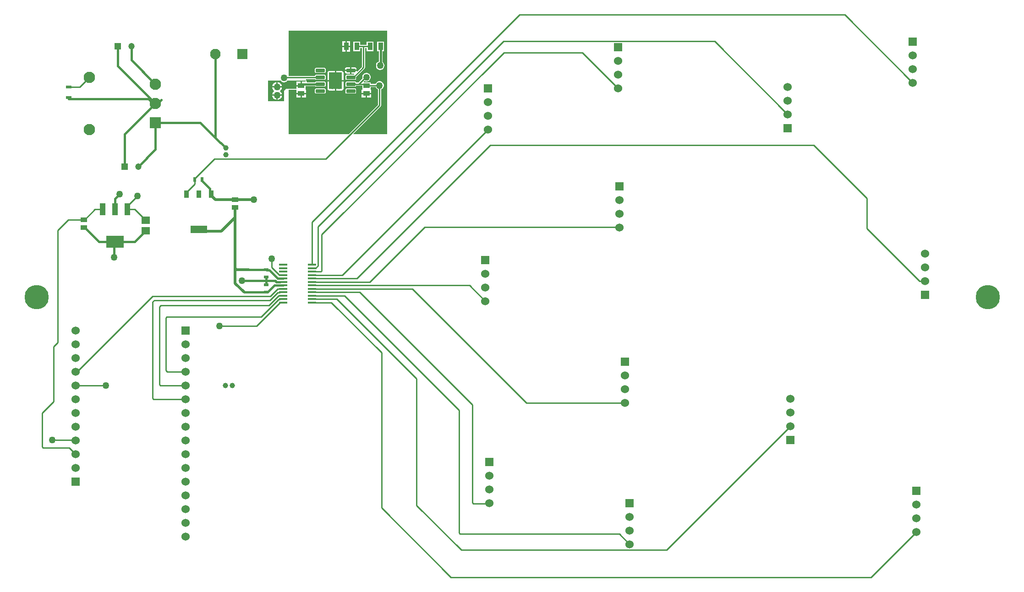
<source format=gtl>
G04*
G04 #@! TF.GenerationSoftware,Altium Limited,Altium Designer,24.7.2 (38)*
G04*
G04 Layer_Physical_Order=1*
G04 Layer_Color=255*
%FSLAX44Y44*%
%MOMM*%
G71*
G04*
G04 #@! TF.SameCoordinates,47DF3F7B-CD24-4F9F-A129-F279A797EA3D*
G04*
G04*
G04 #@! TF.FilePolarity,Positive*
G04*
G01*
G75*
%ADD12C,0.2540*%
%ADD18R,1.2621X0.9578*%
%ADD19R,1.5000X1.4000*%
%ADD20R,1.0000X2.2000*%
%ADD21R,3.3000X2.2000*%
%ADD22R,0.9500X1.4500*%
G04:AMPARAMS|DCode=23|XSize=0.65mm|YSize=1.65mm|CornerRadius=0.0488mm|HoleSize=0mm|Usage=FLASHONLY|Rotation=90.000|XOffset=0mm|YOffset=0mm|HoleType=Round|Shape=RoundedRectangle|*
%AMROUNDEDRECTD23*
21,1,0.6500,1.5525,0,0,90.0*
21,1,0.5525,1.6500,0,0,90.0*
1,1,0.0975,0.7763,0.2763*
1,1,0.0975,0.7763,-0.2763*
1,1,0.0975,-0.7763,-0.2763*
1,1,0.0975,-0.7763,0.2763*
%
%ADD23ROUNDEDRECTD23*%
G04:AMPARAMS|DCode=24|XSize=2.4mm|YSize=3.1mm|CornerRadius=0.048mm|HoleSize=0mm|Usage=FLASHONLY|Rotation=0.000|XOffset=0mm|YOffset=0mm|HoleType=Round|Shape=RoundedRectangle|*
%AMROUNDEDRECTD24*
21,1,2.4000,3.0040,0,0,0.0*
21,1,2.3040,3.1000,0,0,0.0*
1,1,0.0960,1.1520,-1.5020*
1,1,0.0960,-1.1520,-1.5020*
1,1,0.0960,-1.1520,1.5020*
1,1,0.0960,1.1520,1.5020*
%
%ADD24ROUNDEDRECTD24*%
%ADD25R,1.0500X0.6000*%
%ADD26O,1.6000X0.3600*%
%ADD27R,1.6000X0.3600*%
%ADD28R,0.8890X1.4732*%
%ADD29R,3.1496X1.4732*%
%ADD45R,1.2000X1.2000*%
%ADD46C,1.2000*%
%ADD52R,0.9000X0.6000*%
%ADD53R,0.6000X0.9000*%
%ADD54C,0.3810*%
%ADD55C,0.5080*%
%ADD56C,1.9500*%
%ADD57R,1.9500X1.9500*%
%ADD58C,1.0000*%
%ADD59C,1.5240*%
%ADD60R,1.5240X1.5240*%
%ADD61C,4.5000*%
%ADD62C,1.5300*%
%ADD63R,1.5300X1.5300*%
%ADD64R,2.1000X2.1000*%
%ADD65C,2.1000*%
%ADD66C,1.2700*%
%ADD67C,0.5000*%
G36*
X2341880Y4425950D02*
X2280258D01*
X2279772Y4427123D01*
X2329924Y4477276D01*
X2329924Y4477276D01*
X2330542Y4478200D01*
X2330759Y4479290D01*
X2330759Y4479290D01*
Y4508731D01*
X2330949Y4508783D01*
X2332745Y4509819D01*
X2334211Y4511285D01*
X2335247Y4513081D01*
X2335784Y4515083D01*
Y4517157D01*
X2335247Y4519159D01*
X2334211Y4520955D01*
X2332745Y4522421D01*
X2330949Y4523457D01*
X2328947Y4523994D01*
X2326873D01*
X2324871Y4523457D01*
X2323075Y4522421D01*
X2321609Y4520955D01*
X2320573Y4519159D01*
X2320522Y4518969D01*
X2311615D01*
Y4522085D01*
X2298923D01*
X2298437Y4523258D01*
X2299765Y4524586D01*
X2300741Y4524023D01*
X2302743Y4523486D01*
X2304817D01*
X2306819Y4524023D01*
X2308615Y4525059D01*
X2310081Y4526525D01*
X2311117Y4528321D01*
X2311654Y4530323D01*
Y4532397D01*
X2311117Y4534399D01*
X2310081Y4536195D01*
X2308615Y4537661D01*
X2306819Y4538698D01*
X2304817Y4539234D01*
X2302743D01*
X2300741Y4538698D01*
X2298945Y4537661D01*
X2297479Y4536195D01*
X2296443Y4534399D01*
X2295906Y4532397D01*
Y4530323D01*
X2296231Y4529110D01*
X2288630Y4521509D01*
X2284676D01*
X2284537Y4522207D01*
X2284093Y4522873D01*
X2283427Y4523317D01*
X2282643Y4523474D01*
X2267117D01*
X2266333Y4523317D01*
X2265667Y4522873D01*
X2265223Y4522207D01*
X2265067Y4521422D01*
Y4515898D01*
X2265223Y4515113D01*
X2265667Y4514447D01*
X2266333Y4514003D01*
X2267117Y4513847D01*
X2282643D01*
X2283427Y4514003D01*
X2284093Y4514447D01*
X2284537Y4515113D01*
X2284676Y4515811D01*
X2289810D01*
X2289810Y4515811D01*
X2289810Y4515811D01*
X2295945D01*
Y4509827D01*
X2295945Y4509459D01*
X2295057Y4508557D01*
X2294929D01*
Y4502498D01*
X2303780D01*
X2312631D01*
Y4508557D01*
X2312503D01*
X2311615Y4509459D01*
X2311615Y4509827D01*
Y4513271D01*
X2320522D01*
X2320573Y4513081D01*
X2321609Y4511285D01*
X2323075Y4509819D01*
X2324871Y4508783D01*
X2325061Y4508731D01*
Y4480470D01*
X2270541Y4425950D01*
X2160270D01*
Y4508120D01*
X2173051D01*
X2174279Y4507951D01*
Y4502498D01*
X2183130D01*
X2191981D01*
Y4508557D01*
X2191853D01*
X2190965Y4509459D01*
Y4515164D01*
X2208712D01*
X2208723Y4515113D01*
X2209167Y4514447D01*
X2209833Y4514003D01*
X2210618Y4513847D01*
X2226142D01*
X2226927Y4514003D01*
X2227593Y4514447D01*
X2228037Y4515113D01*
X2228193Y4515898D01*
Y4521422D01*
X2228037Y4522207D01*
X2227593Y4522873D01*
X2226927Y4523317D01*
X2226142Y4523474D01*
X2210618D01*
X2209833Y4523317D01*
X2209167Y4522873D01*
X2208723Y4522207D01*
X2208712Y4522156D01*
X2193681D01*
X2192891Y4523426D01*
X2192997Y4523640D01*
X2193015Y4523915D01*
X2193153Y4524153D01*
X2193055Y4524521D01*
X2193080Y4524900D01*
X2192899Y4525107D01*
X2192828Y4525373D01*
X2192339Y4526013D01*
X2192239Y4526070D01*
X2192195Y4526176D01*
X2191705Y4526379D01*
X2191246Y4526645D01*
X2192425Y4527876D01*
X2208710D01*
X2208723Y4527813D01*
X2209167Y4527147D01*
X2209833Y4526703D01*
X2210618Y4526547D01*
X2226142D01*
X2226927Y4526703D01*
X2227593Y4527147D01*
X2228037Y4527813D01*
X2228193Y4528597D01*
Y4534123D01*
X2228037Y4534907D01*
X2227593Y4535573D01*
X2226927Y4536017D01*
X2226142Y4536173D01*
X2210618D01*
X2209833Y4536017D01*
X2209167Y4535573D01*
X2208723Y4534907D01*
X2208567Y4534123D01*
Y4533574D01*
X2160270D01*
Y4617720D01*
X2341880D01*
Y4425950D01*
D02*
G37*
G36*
X2191518Y4524371D02*
X2190891Y4523101D01*
X2184400D01*
Y4515772D01*
X2183130D01*
Y4514502D01*
X2174279D01*
Y4509770D01*
X2155190D01*
X2151380Y4505960D01*
Y4486910D01*
X2122170D01*
Y4525010D01*
X2145325D01*
X2146545Y4523789D01*
X2148341Y4522753D01*
X2150343Y4522216D01*
X2152417D01*
X2154419Y4522753D01*
X2156215Y4523789D01*
X2157435Y4525010D01*
X2191029D01*
X2191518Y4524371D01*
D02*
G37*
%LPC*%
G36*
X2316814Y4597284D02*
X2304266D01*
Y4591359D01*
X2292274D01*
Y4597284D01*
X2279726D01*
Y4579736D01*
X2292274D01*
Y4585661D01*
X2295421D01*
Y4550930D01*
X2286999Y4542508D01*
X2286319Y4542790D01*
X2276150D01*
Y4538211D01*
X2280808D01*
X2281286Y4537098D01*
X2280540Y4536173D01*
X2267117D01*
X2266333Y4536017D01*
X2265667Y4535573D01*
X2265223Y4534907D01*
X2265067Y4534123D01*
Y4528597D01*
X2265223Y4527813D01*
X2265667Y4527147D01*
X2266333Y4526703D01*
X2267117Y4526547D01*
X2282643D01*
X2283427Y4526703D01*
X2284093Y4527147D01*
X2284537Y4527813D01*
X2284693Y4528597D01*
Y4532145D01*
X2300284Y4547736D01*
X2300284Y4547736D01*
X2300902Y4548660D01*
X2301119Y4549750D01*
X2301119Y4549750D01*
Y4585661D01*
X2304266D01*
Y4579736D01*
X2316814D01*
Y4597284D01*
D02*
G37*
G36*
X2273790Y4598300D02*
X2267770D01*
Y4589780D01*
X2273790D01*
Y4598300D01*
D02*
G37*
G36*
X2265230D02*
X2259210D01*
Y4589780D01*
X2265230D01*
Y4598300D01*
D02*
G37*
G36*
X2273790Y4587240D02*
X2267770D01*
Y4578720D01*
X2273790D01*
Y4587240D01*
D02*
G37*
G36*
X2265230D02*
X2259210D01*
Y4578720D01*
X2265230D01*
Y4587240D01*
D02*
G37*
G36*
X2282643Y4549909D02*
X2276150D01*
Y4545330D01*
X2285729D01*
Y4546823D01*
X2285494Y4548004D01*
X2284825Y4549005D01*
X2283824Y4549674D01*
X2282643Y4549909D01*
D02*
G37*
G36*
X2273610D02*
X2267117D01*
X2265936Y4549674D01*
X2264935Y4549005D01*
X2264266Y4548004D01*
X2264031Y4546823D01*
Y4545330D01*
X2273610D01*
Y4549909D01*
D02*
G37*
G36*
X2336314Y4597284D02*
X2323766D01*
Y4579736D01*
X2326544D01*
Y4560396D01*
X2326141Y4560287D01*
X2324345Y4559251D01*
X2322879Y4557785D01*
X2321843Y4555989D01*
X2321306Y4553987D01*
Y4551913D01*
X2321843Y4549911D01*
X2322879Y4548115D01*
X2324345Y4546649D01*
X2326141Y4545612D01*
X2328143Y4545076D01*
X2330217D01*
X2332219Y4545612D01*
X2334015Y4546649D01*
X2335481Y4548115D01*
X2336517Y4549911D01*
X2337054Y4551913D01*
Y4553987D01*
X2336517Y4555989D01*
X2335481Y4557785D01*
X2334015Y4559251D01*
X2333536Y4559527D01*
Y4579736D01*
X2336314D01*
Y4597284D01*
D02*
G37*
G36*
X2226142Y4548873D02*
X2210618D01*
X2209833Y4548717D01*
X2209167Y4548273D01*
X2208723Y4547607D01*
X2208567Y4546823D01*
Y4541298D01*
X2208723Y4540513D01*
X2209167Y4539847D01*
X2209833Y4539403D01*
X2210618Y4539247D01*
X2226142D01*
X2226927Y4539403D01*
X2227593Y4539847D01*
X2228037Y4540513D01*
X2228193Y4541298D01*
Y4546823D01*
X2228037Y4547607D01*
X2227593Y4548273D01*
X2226927Y4548717D01*
X2226142Y4548873D01*
D02*
G37*
G36*
X2273610Y4542790D02*
X2264031D01*
Y4541298D01*
X2264266Y4540116D01*
X2264935Y4539115D01*
X2265936Y4538446D01*
X2267117Y4538211D01*
X2273610D01*
Y4542790D01*
D02*
G37*
G36*
X2258150Y4543109D02*
X2247900D01*
Y4526280D01*
X2261229D01*
Y4540030D01*
X2260995Y4541208D01*
X2260327Y4542207D01*
X2259328Y4542875D01*
X2258150Y4543109D01*
D02*
G37*
G36*
X2245360D02*
X2235110D01*
X2233932Y4542875D01*
X2232933Y4542207D01*
X2232265Y4541208D01*
X2232031Y4540030D01*
Y4526280D01*
X2245360D01*
Y4543109D01*
D02*
G37*
G36*
X2261229Y4523740D02*
X2247900D01*
Y4506911D01*
X2258150D01*
X2259328Y4507145D01*
X2260327Y4507813D01*
X2260995Y4508812D01*
X2261229Y4509990D01*
Y4523740D01*
D02*
G37*
G36*
X2245360D02*
X2232031D01*
Y4509990D01*
X2232265Y4508812D01*
X2232933Y4507813D01*
X2233932Y4507145D01*
X2235110Y4506911D01*
X2245360D01*
Y4523740D01*
D02*
G37*
G36*
X2282643Y4510773D02*
X2267117D01*
X2266333Y4510617D01*
X2265667Y4510173D01*
X2265223Y4509507D01*
X2265067Y4508723D01*
Y4503198D01*
X2265223Y4502413D01*
X2265667Y4501747D01*
X2266333Y4501303D01*
X2267117Y4501147D01*
X2282643D01*
X2283427Y4501303D01*
X2284093Y4501747D01*
X2284537Y4502413D01*
X2284693Y4503198D01*
Y4508723D01*
X2284537Y4509507D01*
X2284093Y4510173D01*
X2283427Y4510617D01*
X2282643Y4510773D01*
D02*
G37*
G36*
X2226142D02*
X2210618D01*
X2209833Y4510617D01*
X2209167Y4510173D01*
X2208723Y4509507D01*
X2208567Y4508723D01*
Y4503198D01*
X2208723Y4502413D01*
X2209167Y4501747D01*
X2209833Y4501303D01*
X2210618Y4501147D01*
X2226142D01*
X2226927Y4501303D01*
X2227593Y4501747D01*
X2228037Y4502413D01*
X2228193Y4503198D01*
Y4508723D01*
X2228037Y4509507D01*
X2227593Y4510173D01*
X2226927Y4510617D01*
X2226142Y4510773D01*
D02*
G37*
G36*
X2312631Y4499958D02*
X2305050D01*
Y4493899D01*
X2312631D01*
Y4499958D01*
D02*
G37*
G36*
X2302510D02*
X2294929D01*
Y4493899D01*
X2302510D01*
Y4499958D01*
D02*
G37*
G36*
X2191981D02*
X2184400D01*
Y4493899D01*
X2191981D01*
Y4499958D01*
D02*
G37*
G36*
X2181860D02*
X2174279D01*
Y4493899D01*
X2181860D01*
Y4499958D01*
D02*
G37*
G36*
X2181860Y4523101D02*
X2174279D01*
Y4517042D01*
X2181860D01*
Y4523101D01*
D02*
G37*
G36*
X2139950Y4522443D02*
Y4514850D01*
X2147543D01*
X2146964Y4517011D01*
X2145794Y4519039D01*
X2144139Y4520694D01*
X2142111Y4521864D01*
X2139950Y4522443D01*
D02*
G37*
G36*
X2137410D02*
X2135249Y4521864D01*
X2133221Y4520694D01*
X2131566Y4519039D01*
X2130396Y4517011D01*
X2129817Y4514850D01*
X2137410D01*
Y4522443D01*
D02*
G37*
G36*
X2147543Y4512310D02*
X2129817D01*
X2130396Y4510149D01*
X2131566Y4508121D01*
X2132934Y4506754D01*
X2133109Y4505960D01*
X2132934Y4505166D01*
X2131566Y4503799D01*
X2130396Y4501772D01*
X2129817Y4499610D01*
X2147543D01*
X2146964Y4501772D01*
X2145794Y4503799D01*
X2144426Y4505166D01*
X2144251Y4505960D01*
X2144426Y4506754D01*
X2145794Y4508121D01*
X2146964Y4510149D01*
X2147543Y4512310D01*
D02*
G37*
G36*
Y4497070D02*
X2139950D01*
Y4489477D01*
X2142111Y4490056D01*
X2144139Y4491226D01*
X2145794Y4492881D01*
X2146964Y4494909D01*
X2147543Y4497070D01*
D02*
G37*
G36*
X2137410D02*
X2129817D01*
X2130396Y4494909D01*
X2131566Y4492881D01*
X2133221Y4491226D01*
X2135249Y4490056D01*
X2137410Y4489477D01*
Y4497070D01*
D02*
G37*
%LPD*%
D12*
X1704340Y3847962D02*
X1705828Y3846475D01*
X1754225D01*
X1704340Y3847962D02*
Y3910167D01*
X1725930Y3931757D01*
X1733215Y4040525D02*
Y4248518D01*
X1725930Y4033240D02*
X1733215Y4040525D01*
Y4248518D02*
X1752818Y4268122D01*
X1725930Y3931757D02*
Y4033240D01*
X1754225Y3846475D02*
X1766570Y3834130D01*
X1752818Y4268122D02*
X1781810D01*
X1722755Y3860165D02*
X1765935D01*
X1880570Y4311650D02*
X1880870D01*
X1861960Y4287040D02*
Y4293040D01*
X1880570Y4311650D01*
X1861960Y4287040D02*
X1875110D01*
X1895610Y4266540D01*
X1896110D01*
X1781810Y4268122D02*
X1783332D01*
X1802250Y4287040D01*
X1815960D01*
X2327910Y4479290D02*
Y4516120D01*
X2022906Y4380256D02*
X2228876D01*
X1986280Y4343630D02*
X2022906Y4380256D01*
X1986280Y4342130D02*
Y4343630D01*
X2228876Y4380256D02*
X2327910Y4479290D01*
X1971040Y4315460D02*
Y4318381D01*
X1986280Y4333621D02*
Y4342130D01*
X1971040Y4318381D02*
X1986280Y4333621D01*
X2304128Y4516120D02*
X2327910D01*
X2303780Y4515772D02*
X2304128Y4516120D01*
X2289810Y4518660D02*
X2300892D01*
X2289810D02*
X2302510Y4531360D01*
X2303780D01*
X2274880Y4518660D02*
X2289810D01*
X2300892D02*
X2303780Y4515772D01*
X2298270Y4588510D02*
X2310540D01*
X2286000D02*
X2298270D01*
X2279880Y4531360D02*
X2298270Y4549750D01*
Y4588510D01*
X2274880Y4531360D02*
X2279880D01*
X2152015Y4530725D02*
X2217745D01*
X2151380Y4530090D02*
X2152015Y4530725D01*
X2217745D02*
X2218380Y4531360D01*
X3337560Y4154170D02*
X3338830Y4152900D01*
X3336290Y4154170D02*
X3337560D01*
X3326130D02*
X3336290D01*
X3228340Y4251960D02*
X3326130Y4154170D01*
X3228340Y4251960D02*
Y4307840D01*
X3130550Y4405630D02*
X3228340Y4307840D01*
X2203210Y4114740D02*
X2239070D01*
X2331665Y4022144D01*
Y3735125D02*
Y4022144D01*
X2249220Y4121100D02*
X2396490Y3973830D01*
X2203210Y4121100D02*
X2249220D01*
X2396490Y3739701D02*
Y3973830D01*
Y3739701D02*
X2478844Y3657346D01*
X2476718Y3686864D02*
X2771086D01*
X2475230Y3688352D02*
Y3915410D01*
X2263180Y4127460D02*
X2475230Y3915410D01*
Y3688352D02*
X2476718Y3686864D01*
X2478844Y3657346D02*
X2858516D01*
X3087370Y3886200D01*
X2499360Y3744178D02*
Y3925570D01*
Y3744178D02*
X2500848Y3742690D01*
X2529840D01*
X2531110Y3743960D01*
X2331665Y3735125D02*
X2459990Y3606800D01*
X3235974D02*
X3319840Y3690666D01*
X2459990Y3606800D02*
X3235974D01*
X2203210Y4127460D02*
X2263180D01*
X2203210Y4133820D02*
X2291110D01*
X2499360Y3925570D01*
X2771086Y3686864D02*
X2790190Y3667760D01*
X2388482Y4140180D02*
X2599282Y3929380D01*
X2203210Y4140180D02*
X2388482D01*
X2599282Y3929380D02*
X2781300D01*
X2494290Y4146540D02*
X2523490Y4117340D01*
X2203210Y4146540D02*
X2494290D01*
X2769975Y4254500D02*
X2771200Y4253275D01*
X2411730Y4254500D02*
X2769975D01*
X2310130Y4152900D02*
X2411730Y4254500D01*
X2203210Y4152900D02*
X2310130D01*
X2532380Y4405630D02*
X3130550D01*
X2286010Y4159260D02*
X2532380Y4405630D01*
X2203210Y4159260D02*
X2286010D01*
X2221230Y4173468D02*
Y4240530D01*
X2203210Y4171980D02*
X2219742D01*
X2221230Y4173468D01*
X2702665Y4577080D02*
X2768660Y4511086D01*
X2221230Y4240530D02*
X2557780Y4577080D01*
X2702665D01*
X2214004Y4254894D02*
X2556810Y4597700D01*
X2214004Y4182797D02*
Y4254894D01*
X2209547Y4178340D02*
X2214004Y4182797D01*
X2203210Y4178340D02*
X2209547D01*
X2556810Y4597700D02*
X2947371D01*
X2259350Y4165620D02*
X2528570Y4434840D01*
X2203210Y4165620D02*
X2259350D01*
X2947371Y4597700D02*
X3082290Y4462780D01*
X2203210Y4263150D02*
X2586990Y4646930D01*
X3187700D01*
X2203210Y4184700D02*
Y4263150D01*
X3187700Y4646930D02*
X3313430Y4521200D01*
X2139661Y4139977D02*
X2149907D01*
X2125901Y4126218D02*
X2139661Y4139977D01*
X2149907D02*
X2150110Y4140180D01*
X1774210Y4513580D02*
X1791980Y4531350D01*
X1751915Y4513580D02*
X1774210D01*
X2128520Y4179436D02*
X2142134Y4165822D01*
X2128520Y4179436D02*
Y4196080D01*
X2149907Y4165822D02*
X2150110Y4165620D01*
X2142134Y4165822D02*
X2149907D01*
X1935698Y3986530D02*
X1969770D01*
X1932940Y3989288D02*
X1935698Y3986530D01*
X1932940Y3989288D02*
Y4086642D01*
X1934428Y4088130D01*
X2109366D01*
X2141586Y4120350D01*
X2142873D01*
X2143623Y4121100D01*
X2150110D01*
X1922998Y3961130D02*
X1969770D01*
X1921510Y3962618D02*
X1922998Y3961130D01*
X1921510Y3962618D02*
Y4107180D01*
X1923585Y4109255D01*
X2123307D01*
X2141309Y4127257D01*
X2149907D01*
X2150110Y4127460D01*
X1766570Y3986530D02*
X1769135D01*
X1908822Y4126218D01*
X2125901D01*
X1766570Y3961130D02*
X1822450D01*
X2032000Y4071620D02*
X2100790D01*
X2143910Y4114740D01*
X2150110D01*
X1765935Y3860165D02*
X1766570Y3859530D01*
X1910298Y3935730D02*
X1969770D01*
X1908810Y3937218D02*
X1910298Y3935730D01*
X1908810Y3937218D02*
Y4115852D01*
X1911520Y4118562D01*
X2125430D01*
X2139938Y4133070D01*
X2142873D01*
X2143623Y4133820D01*
X2150110D01*
D18*
X1781810Y4268122D02*
D03*
Y4253578D02*
D03*
X2303780Y4501228D02*
D03*
Y4515772D02*
D03*
X2183130D02*
D03*
Y4501228D02*
D03*
X2061210Y4304952D02*
D03*
Y4290408D02*
D03*
D19*
X1896110Y4247540D02*
D03*
Y4266540D02*
D03*
D20*
X1861960Y4287040D02*
D03*
X1838960D02*
D03*
X1815960D02*
D03*
D21*
X1838960Y4227040D02*
D03*
D22*
X2330040Y4588510D02*
D03*
X2310540D02*
D03*
X2286000D02*
D03*
X2266500D02*
D03*
D23*
X2274880Y4505960D02*
D03*
Y4518660D02*
D03*
Y4531360D02*
D03*
Y4544060D02*
D03*
X2218380Y4505960D02*
D03*
Y4518660D02*
D03*
Y4531360D02*
D03*
Y4544060D02*
D03*
D24*
X2246630Y4525010D02*
D03*
D25*
X1753870Y4512920D02*
D03*
Y4493920D02*
D03*
D26*
X2150110Y4184700D02*
D03*
Y4178340D02*
D03*
Y4171980D02*
D03*
Y4165620D02*
D03*
Y4159260D02*
D03*
Y4152900D02*
D03*
Y4146540D02*
D03*
Y4140180D02*
D03*
Y4133820D02*
D03*
Y4127460D02*
D03*
Y4121100D02*
D03*
Y4114740D02*
D03*
X2203210Y4184700D02*
D03*
Y4178340D02*
D03*
Y4171980D02*
D03*
Y4165620D02*
D03*
Y4159260D02*
D03*
Y4152900D02*
D03*
Y4146540D02*
D03*
Y4140180D02*
D03*
Y4133820D02*
D03*
Y4127460D02*
D03*
Y4121100D02*
D03*
D27*
Y4114740D02*
D03*
D28*
X2017040Y4315460D02*
D03*
X1994040D02*
D03*
X1971040D02*
D03*
D29*
X1994040Y4250182D02*
D03*
D45*
X1856940Y4366260D02*
D03*
X1844440Y4588510D02*
D03*
D46*
X1881940Y4366260D02*
D03*
X1869440Y4588510D02*
D03*
D52*
X2118360Y4133850D02*
D03*
Y4147820D02*
D03*
Y4175760D02*
D03*
Y4161790D02*
D03*
D53*
X2000250Y4342130D02*
D03*
X1986280D02*
D03*
D54*
X1838960Y4287040D02*
Y4306570D01*
X1847850Y4315460D01*
X1837690Y4198620D02*
Y4225770D01*
X1838960Y4227040D01*
X1781810Y4253578D02*
X1783332D01*
X1809870Y4227040D02*
X1838960D01*
X1783332Y4253578D02*
X1809870Y4227040D01*
X1895610Y4247540D02*
X1896110D01*
X1875110Y4227040D02*
X1895610Y4247540D01*
X1838960Y4227040D02*
X1875110D01*
X1996680Y4447500D02*
X2024780Y4419400D01*
Y4574540D01*
Y4419400D02*
X2043630Y4400550D01*
X2329180Y4552950D02*
X2330040Y4553810D01*
Y4588510D01*
X2184652Y4515772D02*
X2187540Y4518660D01*
X2218380D01*
X2183130Y4515772D02*
X2184652D01*
X2118360Y4154805D02*
Y4161790D01*
X2085340Y4154805D02*
X2118360D01*
Y4147820D02*
Y4154805D01*
X2124325Y4174665D02*
X2139730Y4159260D01*
X2118360Y4175760D02*
X2119455Y4174665D01*
X2124325D01*
X2086610Y4175760D02*
X2118360D01*
X2137307Y4152890D02*
X2144015D01*
X2139730Y4159260D02*
X2150110D01*
X2120900Y4154805D02*
X2135392D01*
X2137307Y4152890D01*
X2133840Y4146540D02*
X2150110D01*
X2119455Y4134945D02*
X2122245D01*
X2133840Y4146540D01*
X2118360Y4133850D02*
X2119455Y4134945D01*
X2077720Y4133850D02*
X2118360D01*
X2073910Y4155440D02*
X2085340D01*
X2014500Y4318000D02*
Y4325380D01*
X2000250Y4339630D02*
X2014500Y4325380D01*
Y4318000D02*
X2017040Y4315460D01*
X2000250Y4339630D02*
Y4342130D01*
X1881940Y4366260D02*
X1913880Y4398200D01*
Y4447500D01*
X1996680D01*
X1869440Y4563140D02*
X1913880Y4518700D01*
X1869440Y4563140D02*
Y4588510D01*
X1856940Y4366260D02*
Y4426160D01*
X1913880Y4483100D01*
X1844440Y4552539D02*
X1913880Y4483100D01*
X1844440Y4552539D02*
Y4588510D01*
X1909228Y4483100D02*
X1913880D01*
X1900669Y4491659D02*
X1909228Y4483100D01*
X1753870Y4491659D02*
X1900669D01*
X1913880Y4483100D02*
X1918532D01*
X1924882Y4489450D01*
D55*
X2063750Y4175760D02*
X2086610D01*
X2061210Y4150360D02*
Y4178300D01*
Y4272280D01*
Y4178300D02*
X2063750Y4175760D01*
X2061210Y4150360D02*
X2077720Y4133850D01*
X2061210Y4272280D02*
Y4290408D01*
Y4304952D02*
X2061384Y4305126D01*
X2095326D01*
X2095500Y4305300D01*
X1994040Y4250182D02*
X1997342Y4246880D01*
X2035810D01*
X2061210Y4272280D01*
X2024627Y4304952D02*
X2061210D01*
X2017040Y4312539D02*
X2024627Y4304952D01*
X2017040Y4312539D02*
Y4315460D01*
D56*
X2024780Y4574540D02*
D03*
D57*
X2074780D02*
D03*
D58*
X2055930Y3961130D02*
D03*
X2043430D02*
D03*
X2043630Y4388050D02*
D03*
Y4400550D02*
D03*
D59*
X2528570Y4434840D02*
D03*
Y4460240D02*
D03*
Y4485640D02*
D03*
X2771200Y4253275D02*
D03*
Y4278676D02*
D03*
Y4304076D02*
D03*
X3087370Y3886200D02*
D03*
Y3911600D02*
D03*
Y3937000D02*
D03*
X3336290Y4154170D02*
D03*
Y4179570D02*
D03*
Y4204970D02*
D03*
X2790190Y3667760D02*
D03*
Y3693160D02*
D03*
Y3718560D02*
D03*
X2768660Y4511086D02*
D03*
Y4536486D02*
D03*
Y4561885D02*
D03*
X3313430Y4521200D02*
D03*
Y4546600D02*
D03*
Y4572000D02*
D03*
X2531110Y3794760D02*
D03*
Y3769360D02*
D03*
Y3743960D02*
D03*
X2523490Y4168140D02*
D03*
Y4142740D02*
D03*
Y4117340D02*
D03*
X2781300Y3929380D02*
D03*
Y3954780D02*
D03*
Y3980180D02*
D03*
X3319840Y3690666D02*
D03*
Y3716065D02*
D03*
Y3741465D02*
D03*
X3082290Y4513580D02*
D03*
Y4488180D02*
D03*
Y4462780D02*
D03*
D60*
X2528570Y4511040D02*
D03*
X2771200Y4329475D02*
D03*
X3087370Y3860800D02*
D03*
X3336290Y4128770D02*
D03*
X2790190Y3743960D02*
D03*
X2768660Y4587285D02*
D03*
X3313430Y4597400D02*
D03*
X2531110Y3820160D02*
D03*
X2523490Y4193540D02*
D03*
X2781300Y4005580D02*
D03*
X3319840Y3766866D02*
D03*
X3082290Y4437380D02*
D03*
D61*
X1694180Y4124960D02*
D03*
X3451860D02*
D03*
D62*
X1969770Y4037330D02*
D03*
Y3834130D02*
D03*
Y3808730D02*
D03*
Y3783330D02*
D03*
Y3707130D02*
D03*
Y3732530D02*
D03*
Y3757930D02*
D03*
Y3681730D02*
D03*
X1766570Y4062730D02*
D03*
Y4037330D02*
D03*
Y4011930D02*
D03*
Y3808730D02*
D03*
Y3834130D02*
D03*
Y3859530D02*
D03*
Y3884930D02*
D03*
Y3910330D02*
D03*
Y3935730D02*
D03*
Y3961130D02*
D03*
Y3986530D02*
D03*
X1969770Y4011930D02*
D03*
Y3986530D02*
D03*
Y3961130D02*
D03*
Y3935730D02*
D03*
Y3910330D02*
D03*
Y3884930D02*
D03*
Y3859530D02*
D03*
D63*
Y4062730D02*
D03*
X1766570Y3783330D02*
D03*
D64*
X1913870Y4447510D02*
D03*
D65*
Y4483110D02*
D03*
Y4518710D02*
D03*
X1791970Y4531360D02*
D03*
Y4434860D02*
D03*
D66*
X1722755Y3860165D02*
D03*
X1880870Y4311650D02*
D03*
X1837690Y4198620D02*
D03*
X1847850Y4315460D02*
D03*
X2329180Y4552950D02*
D03*
X2327910Y4516120D02*
D03*
X2303780Y4531360D02*
D03*
X2138680Y4498340D02*
D03*
Y4513580D02*
D03*
X2151380Y4530090D02*
D03*
X2073910Y4155440D02*
D03*
X2128520Y4196080D02*
D03*
X2095500Y4305300D02*
D03*
X1822450Y3961130D02*
D03*
X2032000Y4071620D02*
D03*
D67*
X2253130Y4525010D02*
D03*
Y4538010D02*
D03*
Y4512010D02*
D03*
X2240130D02*
D03*
Y4538010D02*
D03*
Y4525010D02*
D03*
M02*

</source>
